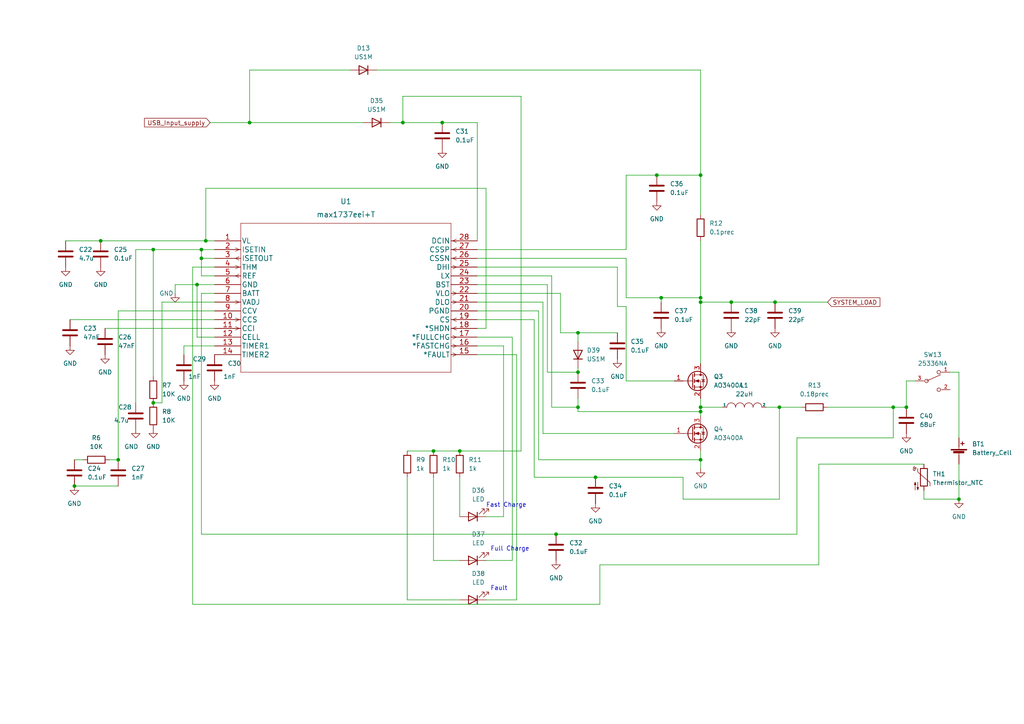
<source format=kicad_sch>
(kicad_sch (version 20211123) (generator eeschema)
  (paper "A4")
  (lib_symbols
    (symbol "Device:Battery_Cell" (pin_numbers hide) (pin_names (offset 0) hide)
      (property "Reference" "BT" (at 2.54 2.54 0))
      (property "Value" "Battery_Cell" (at 2.54 0 0))
      (symbol "Battery_Cell_0_1"
        (rectangle (start -2.286 1.778) (end 2.286 1.524) (fill (type outline)))
        (rectangle (start -1.5748 1.1938) (end 1.4732 0.6858) (fill (type outline)))
        (polyline (pts (xy 0 0.762) (xy 0 0)))
        (polyline (pts (xy 0 1.778) (xy 0 2.54)))
        (polyline (pts (xy 0.508 3.429) (xy 1.524 3.429)) (stroke (width 0.254)))
        (polyline (pts (xy 1.016 3.937) (xy 1.016 2.921)) (stroke (width 0.254)))
      )
      (symbol "Battery_Cell_1_1"
        (pin passive line (at 0 5.08 270) (length 2.54) (name "+") (number "1"))
        (pin passive line (at 0 -2.54 90) (length 2.54) (name "-") (number "2"))
      )
    )
    (symbol "Device:C" (pin_numbers hide) (pin_names (offset 0.254))
      (property "Reference" "C" (at 0.635 2.54 0))
      (property "Value" "C" (at 0.635 -2.54 0))
      (symbol "C_0_1"
        (polyline (pts (xy -2.032 -0.762) (xy 2.032 -0.762)) (stroke (width 0.508)))
        (polyline (pts (xy -2.032 0.762) (xy 2.032 0.762)) (stroke (width 0.508)))
      )
      (symbol "C_1_1"
        (pin passive line (at 0 3.81 270) (length 2.794) (name "~") (number "1"))
        (pin passive line (at 0 -3.81 90) (length 2.794) (name "~") (number "2"))
      )
    )
    (symbol "Device:LED" (pin_numbers hide) (pin_names (offset 1.016) hide)
      (property "Reference" "D" (at 0 2.54 0))
      (property "Value" "LED" (at 0 -2.54 0))
      (symbol "LED_0_1"
        (polyline (pts (xy -1.27 -1.27) (xy -1.27 1.27)) (stroke (width 0.254)))
        (polyline (pts (xy -1.27 0) (xy 1.27 0)))
        (polyline (pts (xy 1.27 -1.27) (xy 1.27 1.27) (xy -1.27 0) (xy 1.27 -1.27)) (stroke (width 0.254)))
        (polyline (pts (xy -3.048 -0.762) (xy -4.572 -2.286) (xy -3.81 -2.286) (xy -4.572 -2.286) (xy -4.572 -1.524)))
        (polyline (pts (xy -1.778 -0.762) (xy -3.302 -2.286) (xy -2.54 -2.286) (xy -3.302 -2.286) (xy -3.302 -1.524)))
      )
      (symbol "LED_1_1"
        (pin passive line (at -3.81 0 0) (length 2.54) (name "K") (number "1"))
        (pin passive line (at 3.81 0 180) (length 2.54) (name "A") (number "2"))
      )
    )
    (symbol "Device:R" (pin_numbers hide) (pin_names (offset 0))
      (property "Reference" "R" (at 2.032 0 90))
      (property "Value" "R" (at 0 0 90))
      (symbol "R_0_1"
        (rectangle (start -1.016 -2.54) (end 1.016 2.54) (stroke (width 0.254)))
      )
      (symbol "R_1_1"
        (pin passive line (at 0 3.81 270) (length 1.27) (name "~") (number "1"))
        (pin passive line (at 0 -3.81 90) (length 1.27) (name "~") (number "2"))
      )
    )
    (symbol "Device:Thermistor_NTC" (pin_numbers hide) (pin_names (offset 0))
      (property "Reference" "TH" (at -4.445 0 90))
      (property "Value" "Thermistor_NTC" (at 3.175 0 90))
      (symbol "Thermistor_NTC_0_1"
        (arc (start -3.048 2.159) (mid -3.0505 2.3165) (end -3.175 2.413))
        (arc (start -3.048 2.159) (mid -2.9736 1.9794) (end -2.794 1.905))
        (arc (start -3.048 2.794) (mid -2.9736 2.6144) (end -2.794 2.54))
        (arc (start -2.794 1.905) (mid -2.6144 1.9794) (end -2.54 2.159))
        (arc (start -2.794 2.54) (mid -2.434 2.5608) (end -2.159 2.794))
        (arc (start -2.794 3.048) (mid -2.9736 2.9736) (end -3.048 2.794))
        (arc (start -2.54 2.794) (mid -2.6144 2.9736) (end -2.794 3.048))
        (rectangle (start -1.016 2.54) (end 1.016 -2.54) (stroke (width 0.254)))
        (polyline (pts (xy -2.54 2.159) (xy -2.54 2.794)))
        (polyline (pts (xy -1.778 2.54) (xy -1.778 1.524) (xy 1.778 -1.524) (xy 1.778 -2.54)))
        (polyline (pts (xy -2.54 -3.683) (xy -2.54 -1.397) (xy -2.794 -2.159) (xy -2.286 -2.159) (xy -2.54 -1.397) (xy -2.54 -1.651)) (fill (type outline)))
        (polyline (pts (xy -1.778 -1.397) (xy -1.778 -3.683) (xy -2.032 -2.921) (xy -1.524 -2.921) (xy -1.778 -3.683) (xy -1.778 -3.429)) (fill (type outline)))
      )
      (symbol "Thermistor_NTC_1_1"
        (pin passive line (at 0 3.81 270) (length 1.27) (name "~") (number "1"))
        (pin passive line (at 0 -3.81 90) (length 1.27) (name "~") (number "2"))
      )
    )
    (symbol "Diode:US1M" (pin_numbers hide) (pin_names (offset 1.016) hide)
      (property "Reference" "D" (at 0 2.54 0))
      (property "Value" "US1M" (at 0 -2.54 0))
      (symbol "US1M_0_1"
        (polyline (pts (xy -1.27 1.27) (xy -1.27 -1.27)) (stroke (width 0.254)))
        (polyline (pts (xy 1.27 0) (xy -1.27 0)))
        (polyline (pts (xy 1.27 1.27) (xy 1.27 -1.27) (xy -1.27 0) (xy 1.27 1.27)) (stroke (width 0.254)))
      )
      (symbol "US1M_1_1"
        (pin passive line (at -3.81 0 0) (length 2.54) (name "K") (number "1"))
        (pin passive line (at 3.81 0 180) (length 2.54) (name "A") (number "2"))
      )
    )
    (symbol "Switch_ApemInc:25336NA" (pin_names (offset 1.016))
      (property "Reference" "SW" (at 0 7.62 0))
      (property "Value" "25336NA" (at 0 10.16 0))
      (symbol "25336NA_1_1"
        (polyline (pts (xy 5.842 0) (xy 9.906 1.778)))
        (circle (center 5.842 0) (radius 0.508))
        (circle (center 9.398 -2.54) (radius 0.508))
        (circle (center 9.398 2.54) (radius 0.508))
        (pin passive line (at 12.7 2.54 180) (length 2.54) (name "1") (number "1"))
        (pin passive line (at 12.7 -2.54 180) (length 2.54) (name "2") (number "2"))
        (pin passive line (at 2.54 0 0) (length 2.54) (name "Common") (number "3"))
      )
    )
    (symbol "Transistor_FET:AO3400A" (pin_names hide)
      (property "Reference" "Q" (at 5.08 1.905 0))
      (property "Value" "AO3400A" (at 5.08 0 0))
      (symbol "AO3400A_0_1"
        (polyline (pts (xy 0.254 0) (xy -2.54 0)))
        (polyline (pts (xy 0.254 1.905) (xy 0.254 -1.905)) (stroke (width 0.254)))
        (polyline (pts (xy 0.762 -1.27) (xy 0.762 -2.286)) (stroke (width 0.254)))
        (polyline (pts (xy 0.762 0.508) (xy 0.762 -0.508)) (stroke (width 0.254)))
        (polyline (pts (xy 0.762 2.286) (xy 0.762 1.27)) (stroke (width 0.254)))
        (polyline (pts (xy 2.54 2.54) (xy 2.54 1.778)))
        (polyline (pts (xy 2.54 -2.54) (xy 2.54 0) (xy 0.762 0)))
        (polyline (pts (xy 0.762 -1.778) (xy 3.302 -1.778) (xy 3.302 1.778) (xy 0.762 1.778)))
        (polyline (pts (xy 1.016 0) (xy 2.032 0.381) (xy 2.032 -0.381) (xy 1.016 0)) (fill (type outline)))
        (polyline (pts (xy 2.794 0.508) (xy 2.921 0.381) (xy 3.683 0.381) (xy 3.81 0.254)))
        (polyline (pts (xy 3.302 0.381) (xy 2.921 -0.254) (xy 3.683 -0.254) (xy 3.302 0.381)))
        (circle (center 1.651 0) (radius 2.794) (stroke (width 0.254)))
        (circle (center 2.54 -1.778) (radius 0.254) (fill (type outline)))
        (circle (center 2.54 1.778) (radius 0.254) (fill (type outline)))
      )
      (symbol "AO3400A_1_1"
        (pin input line (at -5.08 0 0) (length 2.54) (name "G") (number "1"))
        (pin passive line (at 2.54 -5.08 90) (length 2.54) (name "S") (number "2"))
        (pin passive line (at 2.54 5.08 270) (length 2.54) (name "D") (number "3"))
      )
    )
    (symbol "max1737:max1737eei+T" (pin_names (offset 0.254))
      (property "Reference" "U" (at 38.1 10.16 0))
      (property "Value" "max1737eei+T" (at 38.1 7.62 0))
      (symbol "max1737eei+T_1_1"
        (polyline (pts (xy 7.112 -25.4) (xy 6.0452 -25.908)) (stroke (width 0.127)))
        (polyline (pts (xy 7.112 -25.4) (xy 6.0452 -24.892)) (stroke (width 0.127)))
        (polyline (pts (xy 7.112 -22.86) (xy 6.0452 -23.368)) (stroke (width 0.127)))
        (polyline (pts (xy 7.112 -22.86) (xy 6.0452 -22.352)) (stroke (width 0.127)))
        (polyline (pts (xy 7.112 -17.78) (xy 6.0452 -18.288)) (stroke (width 0.127)))
        (polyline (pts (xy 7.112 -17.78) (xy 6.0452 -17.272)) (stroke (width 0.127)))
        (polyline (pts (xy 7.112 -10.668) (xy 6.0452 -10.16)) (stroke (width 0.127)))
        (polyline (pts (xy 7.112 -9.652) (xy 6.0452 -10.16)) (stroke (width 0.127)))
        (polyline (pts (xy 7.112 -7.62) (xy 6.0452 -8.128)) (stroke (width 0.127)))
        (polyline (pts (xy 7.112 -7.62) (xy 6.0452 -7.112)) (stroke (width 0.127)))
        (polyline (pts (xy 7.112 -5.588) (xy 6.0452 -5.08)) (stroke (width 0.127)))
        (polyline (pts (xy 7.112 -4.572) (xy 6.0452 -5.08)) (stroke (width 0.127)))
        (polyline (pts (xy 7.112 -2.54) (xy 6.0452 -3.048)) (stroke (width 0.127)))
        (polyline (pts (xy 7.112 -2.54) (xy 6.0452 -2.032)) (stroke (width 0.127)))
        (polyline (pts (xy 7.62 -38.1) (xy 68.58 -38.1)) (stroke (width 0.127)))
        (polyline (pts (xy 7.62 5.08) (xy 7.62 -38.1)) (stroke (width 0.127)))
        (polyline (pts (xy 68.58 -38.1) (xy 68.58 5.08)) (stroke (width 0.127)))
        (polyline (pts (xy 68.58 5.08) (xy 7.62 5.08)) (stroke (width 0.127)))
        (polyline (pts (xy 69.088 -33.528) (xy 70.1548 -33.02)) (stroke (width 0.127)))
        (polyline (pts (xy 69.088 -32.512) (xy 70.1548 -33.02)) (stroke (width 0.127)))
        (polyline (pts (xy 69.088 -30.988) (xy 70.1548 -30.48)) (stroke (width 0.127)))
        (polyline (pts (xy 69.088 -29.972) (xy 70.1548 -30.48)) (stroke (width 0.127)))
        (polyline (pts (xy 69.088 -28.448) (xy 70.1548 -27.94)) (stroke (width 0.127)))
        (polyline (pts (xy 69.088 -27.432) (xy 70.1548 -27.94)) (stroke (width 0.127)))
        (polyline (pts (xy 69.088 -25.4) (xy 70.1548 -25.908)) (stroke (width 0.127)))
        (polyline (pts (xy 69.088 -25.4) (xy 70.1548 -24.892)) (stroke (width 0.127)))
        (polyline (pts (xy 69.088 -22.86) (xy 70.1548 -23.368)) (stroke (width 0.127)))
        (polyline (pts (xy 69.088 -22.86) (xy 70.1548 -22.352)) (stroke (width 0.127)))
        (polyline (pts (xy 69.088 -18.288) (xy 70.1548 -17.78)) (stroke (width 0.127)))
        (polyline (pts (xy 69.088 -17.272) (xy 70.1548 -17.78)) (stroke (width 0.127)))
        (polyline (pts (xy 69.088 -15.748) (xy 70.1548 -15.24)) (stroke (width 0.127)))
        (polyline (pts (xy 69.088 -14.732) (xy 70.1548 -15.24)) (stroke (width 0.127)))
        (polyline (pts (xy 69.088 -8.128) (xy 70.1548 -7.62)) (stroke (width 0.127)))
        (polyline (pts (xy 69.088 -7.112) (xy 70.1548 -7.62)) (stroke (width 0.127)))
        (polyline (pts (xy 69.088 -5.08) (xy 70.1548 -5.588)) (stroke (width 0.127)))
        (polyline (pts (xy 69.088 -5.08) (xy 70.1548 -4.572)) (stroke (width 0.127)))
        (polyline (pts (xy 69.088 -2.54) (xy 70.1548 -3.048)) (stroke (width 0.127)))
        (polyline (pts (xy 69.088 -2.54) (xy 70.1548 -2.032)) (stroke (width 0.127)))
        (polyline (pts (xy 69.088 0) (xy 70.1548 -0.508)) (stroke (width 0.127)))
        (polyline (pts (xy 69.088 0) (xy 70.1548 0.508)) (stroke (width 0.127)))
        (pin power_in line (at 0 0 0) (length 7.62) (name "VL") (number "1"))
        (pin input line (at 0 -22.86 0) (length 7.62) (name "CCS") (number "10"))
        (pin input line (at 0 -25.4 0) (length 7.62) (name "CCI") (number "11"))
        (pin unspecified line (at 0 -27.94 0) (length 7.62) (name "CELL") (number "12"))
        (pin unspecified line (at 0 -30.48 0) (length 7.62) (name "TIMER1") (number "13"))
        (pin unspecified line (at 0 -33.02 0) (length 7.62) (name "TIMER2") (number "14"))
        (pin output line (at 76.2 -33.02 180) (length 7.62) (name "*FAULT") (number "15"))
        (pin output line (at 76.2 -30.48 180) (length 7.62) (name "*FASTCHG") (number "16"))
        (pin output line (at 76.2 -27.94 180) (length 7.62) (name "*FULLCHG") (number "17"))
        (pin input line (at 76.2 -25.4 180) (length 7.62) (name "*SHDN") (number "18"))
        (pin input line (at 76.2 -22.86 180) (length 7.62) (name "CS") (number "19"))
        (pin input line (at 0 -2.54 0) (length 7.62) (name "ISETIN") (number "2"))
        (pin power_in line (at 76.2 -20.32 180) (length 7.62) (name "PGND") (number "20"))
        (pin output line (at 76.2 -17.78 180) (length 7.62) (name "DLO") (number "21"))
        (pin output line (at 76.2 -15.24 180) (length 7.62) (name "VLO") (number "22"))
        (pin unspecified line (at 76.2 -12.7 180) (length 7.62) (name "BST") (number "23"))
        (pin unspecified line (at 76.2 -10.16 180) (length 7.62) (name "LX") (number "24"))
        (pin output line (at 76.2 -7.62 180) (length 7.62) (name "DHI") (number "25"))
        (pin input line (at 76.2 -5.08 180) (length 7.62) (name "CSSN") (number "26"))
        (pin input line (at 76.2 -2.54 180) (length 7.62) (name "CSSP") (number "27"))
        (pin input line (at 76.2 0 180) (length 7.62) (name "DCIN") (number "28"))
        (pin output line (at 0 -5.08 0) (length 7.62) (name "ISETOUT") (number "3"))
        (pin input line (at 0 -7.62 0) (length 7.62) (name "THM") (number "4"))
        (pin output line (at 0 -10.16 0) (length 7.62) (name "REF") (number "5"))
        (pin power_in line (at 0 -12.7 0) (length 7.62) (name "GND") (number "6"))
        (pin power_in line (at 0 -15.24 0) (length 7.62) (name "BATT") (number "7"))
        (pin input line (at 0 -17.78 0) (length 7.62) (name "VADJ") (number "8"))
        (pin unspecified line (at 0 -20.32 0) (length 7.62) (name "CCV") (number "9"))
      )
    )
    (symbol "power:GND" (power) (pin_names (offset 0))
      (property "Value" "GND" (at 0 -3.81 0))
      (symbol "GND_0_1"
        (polyline (pts (xy 0 0) (xy 0 -1.27) (xy 1.27 -1.27) (xy 0 -2.54) (xy -1.27 -1.27) (xy 0 -1.27)))
      )
      (symbol "GND_1_1"
        (pin power_in line (at 0 0 270) (length 0) hide (name "GND") (number "1"))
      )
    )
    (symbol "pspice:INDUCTOR" (pin_numbers hide) (pin_names (offset 0))
      (property "Reference" "L" (at 0 2.54 0))
      (property "Value" "INDUCTOR" (at 0 -1.27 0))
      (symbol "INDUCTOR_0_1"
        (arc (start -2.54 0) (mid -3.81 1.27) (end -5.08 0))
        (arc (start 0 0) (mid -1.27 1.27) (end -2.54 0))
        (arc (start 2.54 0) (mid 1.27 1.27) (end 0 0))
        (arc (start 5.08 0) (mid 3.81 1.27) (end 2.54 0))
      )
      (symbol "INDUCTOR_1_1"
        (pin input line (at -6.35 0 0) (length 1.27) (name "1") (number "1"))
        (pin input line (at 6.35 0 180) (length 1.27) (name "2") (number "2"))
      )
    )
  )
  (junction (at 21.59 140.97))
  (junction (at 172.72 138.43))
  (junction (at 72.39 35.56))
  (junction (at 259.08 118.11))
  (junction (at 203.2 87.63))
  (junction (at 59.69 69.85))
  (junction (at 226.06 118.11))
  (junction (at 44.45 116.84))
  (junction (at 34.29 133.35))
  (junction (at 212.09 87.63))
  (junction (at 29.21 69.85))
  (junction (at 44.45 72.39))
  (junction (at 203.2 119.38))
  (junction (at 224.79 87.63))
  (junction (at 133.35 130.81))
  (junction (at 116.84 35.56))
  (junction (at 203.2 118.11))
  (junction (at 125.73 130.81))
  (junction (at 161.29 154.94))
  (junction (at 167.64 107.95))
  (junction (at 203.2 133.35))
  (junction (at 128.27 35.56))
  (junction (at 191.77 86.36))
  (junction (at 203.2 50.8))
  (junction (at 203.2 86.36))
  (junction (at 58.42 74.93))
  (junction (at 167.64 96.52))
  (junction (at 278.13 144.78))
  (junction (at 58.42 72.39))
  (junction (at 190.5 50.8))
  (junction (at 167.64 118.11))
  (junction (at 57.15 82.55))
  (junction (at 262.89 118.11))
  (wire (pts (xy 167.64 96.52) (xy 167.64 99.06)))
  (wire (pts (xy 167.64 119.38) (xy 203.2 119.38)))
  (wire (pts (xy 191.77 86.36) (xy 203.2 86.36)))
  (wire (pts (xy 154.94 92.71) (xy 154.94 138.43)))
  (wire (pts (xy 278.13 134.62) (xy 278.13 144.78)))
  (wire (pts (xy 158.75 107.95) (xy 167.64 107.95)))
  (wire (pts (xy 203.2 119.38) (xy 203.2 120.65)))
  (wire (pts (xy 262.89 110.49) (xy 265.43 110.49)))
  (wire (pts (xy 101.6 20.32) (xy 72.39 20.32)))
  (wire (pts (xy 160.02 118.11) (xy 167.64 118.11)))
  (wire (pts (xy 259.08 118.11) (xy 262.89 118.11)))
  (wire (pts (xy 231.14 127) (xy 231.14 154.94)))
  (wire (pts (xy 181.61 110.49) (xy 181.61 88.9)))
  (wire (pts (xy 55.88 175.26) (xy 173.99 175.26)))
  (wire (pts (xy 157.48 125.73) (xy 195.58 125.73)))
  (wire (pts (xy 198.12 138.43) (xy 198.12 144.78)))
  (wire (pts (xy 46.99 87.63) (xy 46.99 116.84)))
  (wire (pts (xy 160.02 80.01) (xy 160.02 118.11)))
  (wire (pts (xy 109.22 20.32) (xy 203.2 20.32)))
  (wire (pts (xy 140.97 162.56) (xy 148.59 162.56)))
  (wire (pts (xy 181.61 86.36) (xy 191.77 86.36)))
  (wire (pts (xy 203.2 118.11) (xy 203.2 119.38)))
  (wire (pts (xy 151.13 130.81) (xy 133.35 130.81)))
  (wire (pts (xy 162.56 96.52) (xy 167.64 96.52)))
  (wire (pts (xy 179.07 88.9) (xy 179.07 77.47)))
  (wire (pts (xy 149.86 173.99) (xy 149.86 102.87)))
  (wire (pts (xy 167.64 119.38) (xy 167.64 118.11)))
  (wire (pts (xy 57.15 82.55) (xy 50.8 82.55)))
  (wire (pts (xy 62.23 82.55) (xy 57.15 82.55)))
  (wire (pts (xy 190.5 50.8) (xy 203.2 50.8)))
  (wire (pts (xy 116.84 35.56) (xy 128.27 35.56)))
  (wire (pts (xy 158.75 82.55) (xy 158.75 107.95)))
  (wire (pts (xy 226.06 118.11) (xy 232.41 118.11)))
  (wire (pts (xy 46.99 87.63) (xy 62.23 87.63)))
  (wire (pts (xy 59.69 54.61) (xy 59.69 69.85)))
  (wire (pts (xy 34.29 90.17) (xy 34.29 133.35)))
  (wire (pts (xy 58.42 72.39) (xy 62.23 72.39)))
  (wire (pts (xy 125.73 162.56) (xy 133.35 162.56)))
  (wire (pts (xy 62.23 97.79) (xy 57.15 97.79)))
  (wire (pts (xy 148.59 97.79) (xy 138.43 97.79)))
  (wire (pts (xy 116.84 27.94) (xy 151.13 27.94)))
  (wire (pts (xy 267.97 144.78) (xy 267.97 142.24)))
  (wire (pts (xy 30.48 95.25) (xy 62.23 95.25)))
  (wire (pts (xy 167.64 107.95) (xy 167.64 106.68)))
  (wire (pts (xy 209.55 118.11) (xy 203.2 118.11)))
  (wire (pts (xy 203.2 133.35) (xy 203.2 135.89)))
  (wire (pts (xy 140.97 149.86) (xy 146.05 149.86)))
  (wire (pts (xy 59.69 69.85) (xy 62.23 69.85)))
  (wire (pts (xy 39.37 72.39) (xy 44.45 72.39)))
  (wire (pts (xy 19.05 69.85) (xy 29.21 69.85)))
  (wire (pts (xy 161.29 154.94) (xy 231.14 154.94)))
  (wire (pts (xy 138.43 82.55) (xy 158.75 82.55)))
  (wire (pts (xy 275.59 107.95) (xy 278.13 107.95)))
  (wire (pts (xy 116.84 35.56) (xy 116.84 27.94)))
  (wire (pts (xy 172.72 138.43) (xy 198.12 138.43)))
  (wire (pts (xy 156.21 90.17) (xy 156.21 133.35)))
  (wire (pts (xy 138.43 74.93) (xy 181.61 74.93)))
  (wire (pts (xy 34.29 90.17) (xy 62.23 90.17)))
  (wire (pts (xy 21.59 133.35) (xy 24.13 133.35)))
  (wire (pts (xy 62.23 85.09) (xy 58.42 85.09)))
  (wire (pts (xy 212.09 87.63) (xy 224.79 87.63)))
  (wire (pts (xy 57.15 97.79) (xy 57.15 82.55)))
  (wire (pts (xy 267.97 134.62) (xy 237.49 134.62)))
  (wire (pts (xy 118.11 138.43) (xy 118.11 173.99)))
  (wire (pts (xy 240.03 118.11) (xy 259.08 118.11)))
  (wire (pts (xy 138.43 90.17) (xy 156.21 90.17)))
  (wire (pts (xy 58.42 80.01) (xy 58.42 74.93)))
  (wire (pts (xy 181.61 88.9) (xy 179.07 88.9)))
  (wire (pts (xy 125.73 138.43) (xy 125.73 162.56)))
  (wire (pts (xy 50.8 82.55) (xy 50.8 85.09)))
  (wire (pts (xy 62.23 74.93) (xy 58.42 74.93)))
  (wire (pts (xy 162.56 85.09) (xy 162.56 96.52)))
  (wire (pts (xy 133.35 138.43) (xy 133.35 149.86)))
  (wire (pts (xy 179.07 77.47) (xy 138.43 77.47)))
  (wire (pts (xy 181.61 110.49) (xy 195.58 110.49)))
  (wire (pts (xy 44.45 72.39) (xy 58.42 72.39)))
  (wire (pts (xy 140.97 54.61) (xy 140.97 95.25)))
  (wire (pts (xy 125.73 130.81) (xy 133.35 130.81)))
  (wire (pts (xy 72.39 20.32) (xy 72.39 35.56)))
  (wire (pts (xy 39.37 116.84) (xy 39.37 72.39)))
  (wire (pts (xy 203.2 86.36) (xy 203.2 87.63)))
  (wire (pts (xy 179.07 96.52) (xy 167.64 96.52)))
  (wire (pts (xy 278.13 144.78) (xy 267.97 144.78)))
  (wire (pts (xy 181.61 50.8) (xy 181.61 72.39)))
  (wire (pts (xy 138.43 80.01) (xy 160.02 80.01)))
  (wire (pts (xy 146.05 149.86) (xy 146.05 100.33)))
  (wire (pts (xy 58.42 154.94) (xy 161.29 154.94)))
  (wire (pts (xy 237.49 163.83) (xy 173.99 163.83)))
  (wire (pts (xy 58.42 85.09) (xy 58.42 154.94)))
  (wire (pts (xy 138.43 87.63) (xy 157.48 87.63)))
  (wire (pts (xy 167.64 115.57) (xy 167.64 118.11)))
  (wire (pts (xy 203.2 20.32) (xy 203.2 50.8)))
  (wire (pts (xy 72.39 35.56) (xy 105.41 35.56)))
  (wire (pts (xy 21.59 140.97) (xy 34.29 140.97)))
  (wire (pts (xy 156.21 133.35) (xy 203.2 133.35)))
  (wire (pts (xy 226.06 144.78) (xy 226.06 118.11)))
  (wire (pts (xy 149.86 102.87) (xy 138.43 102.87)))
  (wire (pts (xy 222.25 118.11) (xy 226.06 118.11)))
  (wire (pts (xy 140.97 173.99) (xy 149.86 173.99)))
  (wire (pts (xy 44.45 72.39) (xy 44.45 109.22)))
  (wire (pts (xy 113.03 35.56) (xy 116.84 35.56)))
  (wire (pts (xy 231.14 127) (xy 259.08 127)))
  (wire (pts (xy 154.94 138.43) (xy 172.72 138.43)))
  (wire (pts (xy 118.11 130.81) (xy 125.73 130.81)))
  (wire (pts (xy 237.49 134.62) (xy 237.49 163.83)))
  (wire (pts (xy 62.23 100.33) (xy 53.34 100.33)))
  (wire (pts (xy 203.2 69.85) (xy 203.2 86.36)))
  (wire (pts (xy 55.88 77.47) (xy 62.23 77.47)))
  (wire (pts (xy 62.23 80.01) (xy 58.42 80.01)))
  (wire (pts (xy 157.48 87.63) (xy 157.48 125.73)))
  (wire (pts (xy 140.97 95.25) (xy 138.43 95.25)))
  (wire (pts (xy 262.89 118.11) (xy 262.89 110.49)))
  (wire (pts (xy 191.77 86.36) (xy 191.77 87.63)))
  (wire (pts (xy 138.43 72.39) (xy 181.61 72.39)))
  (wire (pts (xy 31.75 133.35) (xy 34.29 133.35)))
  (wire (pts (xy 181.61 74.93) (xy 181.61 86.36)))
  (wire (pts (xy 53.34 100.33) (xy 53.34 102.87)))
  (wire (pts (xy 203.2 87.63) (xy 203.2 105.41)))
  (wire (pts (xy 151.13 27.94) (xy 151.13 130.81)))
  (wire (pts (xy 138.43 85.09) (xy 162.56 85.09)))
  (wire (pts (xy 224.79 87.63) (xy 240.03 87.63)))
  (wire (pts (xy 198.12 144.78) (xy 226.06 144.78)))
  (wire (pts (xy 203.2 87.63) (xy 212.09 87.63)))
  (wire (pts (xy 128.27 35.56) (xy 138.43 35.56)))
  (wire (pts (xy 259.08 127) (xy 259.08 118.11)))
  (wire (pts (xy 29.21 69.85) (xy 59.69 69.85)))
  (wire (pts (xy 138.43 92.71) (xy 154.94 92.71)))
  (wire (pts (xy 59.69 54.61) (xy 140.97 54.61)))
  (wire (pts (xy 148.59 162.56) (xy 148.59 97.79)))
  (wire (pts (xy 20.32 92.71) (xy 62.23 92.71)))
  (wire (pts (xy 138.43 69.85) (xy 138.43 35.56)))
  (wire (pts (xy 55.88 175.26) (xy 55.88 77.47)))
  (wire (pts (xy 60.96 35.56) (xy 72.39 35.56)))
  (wire (pts (xy 46.99 116.84) (xy 44.45 116.84)))
  (wire (pts (xy 146.05 100.33) (xy 138.43 100.33)))
  (wire (pts (xy 203.2 50.8) (xy 203.2 62.23)))
  (wire (pts (xy 58.42 74.93) (xy 58.42 72.39)))
  (wire (pts (xy 173.99 163.83) (xy 173.99 175.26)))
  (wire (pts (xy 203.2 115.57) (xy 203.2 118.11)))
  (wire (pts (xy 181.61 50.8) (xy 190.5 50.8)))
  (wire (pts (xy 118.11 173.99) (xy 133.35 173.99)))
  (wire (pts (xy 203.2 133.35) (xy 203.2 130.81)))
  (wire (pts (xy 278.13 107.95) (xy 278.13 127)))
  (text "Full Charge" (at 142.24 160.02 0) (effects (font (size 1.27 1.27)) (justify left bottom)))
  (text "Fast Charge" (at 140.97 147.32 0) (effects (font (size 1.27 1.27)) (justify left bottom)))
  (text "Fault" (at 142.24 171.45 0) (effects (font (size 1.27 1.27)) (justify left bottom)))
  (global_label "SYSTEM_LOAD" (shape input) (at 240.03 87.63 0) (property "Intersheet References" "${INTERSHEET_REFS}" (effects hide)))
  (global_label "USB_Input_supply" (shape input) (at 60.96 35.56 180) (property "Intersheet References" "${INTERSHEET_REFS}" (effects hide)))
  (symbol (lib_id "Device:R") (at 203.2 66.04 0) (unit 1)
    (property "Reference" "R12" (at 205.74 64.7699 0) (effects (justify left)))
    (property "Value" "0.1prec" (at 205.74 67.3099 0) (effects (justify left)))
    (property "Footprint" "Resistor_SMD:R_2512_6332Metric_Pad1.40x3.35mm_HandSolder" (effects hide))
  )
  (symbol (lib_id "Device:C") (at 172.72 142.24 0) (unit 1)
    (property "Reference" "C34" (at 176.53 140.9699 0) (effects (justify left)))
    (property "Value" "0.1uF" (at 176.53 143.5099 0) (effects (justify left)))
    (property "Footprint" "Capacitor_SMD:C_0805_2012Metric_Pad1.18x1.45mm_HandSolder" (effects hide))
  )
  (symbol (lib_id "power:GND") (at 224.79 95.25 0) (unit 1)
    (property "Reference" "#PWR0177" (effects hide))
    (property "Value" "GND" (at 224.79 100.33 0))
  )
  (symbol (lib_id "power:GND") (at 62.23 110.49 0) (unit 1)
    (property "Reference" "#PWR0175" (effects hide))
    (property "Value" "GND" (at 62.23 115.57 0))
  )
  (symbol (lib_id "Diode:US1M") (at 105.41 20.32 180) (unit 1)
    (property "Reference" "D13" (at 105.41 13.97 0))
    (property "Value" "US1M" (at 105.41 16.51 0))
    (property "Footprint" "Diode_SMD:D_SMA" (effects hide))
    (property "Datasheet" "https://www.diodes.com/assets/Datasheets/ds16008.pdf" (effects hide))
  )
  (symbol (lib_id "power:GND") (at 44.45 124.46 0) (unit 1)
    (property "Reference" "#PWR0164" (effects hide))
    (property "Value" "GND" (at 44.45 129.54 0))
  )
  (symbol (lib_id "Device:R") (at 125.73 134.62 0) (unit 1)
    (property "Reference" "R10" (at 128.27 133.3499 0) (effects (justify left)))
    (property "Value" "1k" (at 128.27 135.8899 0) (effects (justify left)))
    (property "Footprint" "Resistor_SMD:R_0805_2012Metric_Pad1.20x1.40mm_HandSolder" (effects hide))
  )
  (symbol (lib_id "Transistor_FET:AO3400A") (at 200.66 110.49 0) (unit 1)
    (property "Reference" "Q3" (at 207.01 109.2199 0) (effects (justify left)))
    (property "Value" "AO3400A" (at 207.01 111.7599 0) (effects (justify left)))
    (property "Footprint" "Package_TO_SOT_SMD:SOT-23" (effects hide))
    (property "Datasheet" "http://www.aosmd.com/pdfs/datasheet/AO3400A.pdf" (effects hide))
  )
  (symbol (lib_id "power:GND") (at 161.29 162.56 0) (unit 1)
    (property "Reference" "#PWR0174" (effects hide))
    (property "Value" "GND" (at 161.29 167.64 0))
  )
  (symbol (lib_id "Device:C") (at 190.5 54.61 0) (unit 1)
    (property "Reference" "C36" (at 194.31 53.3399 0) (effects (justify left)))
    (property "Value" "0.1uF" (at 194.31 55.8799 0) (effects (justify left)))
    (property "Footprint" "Capacitor_SMD:C_0805_2012Metric_Pad1.18x1.45mm_HandSolder" (effects hide))
  )
  (symbol (lib_id "Device:LED") (at 137.16 162.56 180) (unit 1)
    (property "Reference" "D37" (at 138.7475 154.94 0))
    (property "Value" "LED" (at 138.7475 157.48 0))
    (property "Footprint" "LED_SMD:LED_0603_1608Metric_Pad1.05x0.95mm_HandSolder" (effects hide))
  )
  (symbol (lib_id "pspice:INDUCTOR") (at 215.9 118.11 0) (unit 1)
    (property "Reference" "L1" (at 215.9 111.76 0))
    (property "Value" "22uH" (at 215.9 114.3 0))
    (property "Footprint" "inductors:inductors" (effects hide))
  )
  (symbol (lib_id "power:GND") (at 190.5 58.42 0) (unit 1)
    (property "Reference" "#PWR0172" (effects hide))
    (property "Value" "GND" (at 190.5 63.5 0))
  )
  (symbol (lib_id "Device:LED") (at 137.16 149.86 180) (unit 1)
    (property "Reference" "D36" (at 138.7475 142.24 0))
    (property "Value" "LED" (at 138.7475 144.78 0))
    (property "Footprint" "LED_SMD:LED_0603_1608Metric_Pad1.05x0.95mm_HandSolder" (effects hide))
  )
  (symbol (lib_id "power:GND") (at 262.89 125.73 0) (unit 1)
    (property "Reference" "#PWR0182" (effects hide))
    (property "Value" "GND" (at 262.89 130.81 0))
  )
  (symbol (lib_id "power:GND") (at 29.21 77.47 0) (unit 1)
    (property "Reference" "#PWR0166" (effects hide))
    (property "Value" "GND" (at 29.21 82.55 0))
  )
  (symbol (lib_id "Device:R") (at 236.22 118.11 90) (unit 1)
    (property "Reference" "R13" (at 236.22 111.76 90))
    (property "Value" "0.18prec" (at 236.22 114.3 90))
    (property "Footprint" "Resistor_THT:R_Axial_DIN0309_L9.0mm_D3.2mm_P25.40mm_Horizontal" (effects hide))
  )
  (symbol (lib_id "Device:C") (at 29.21 73.66 0) (unit 1)
    (property "Reference" "C25" (at 33.02 72.3899 0) (effects (justify left)))
    (property "Value" "0.1uF" (at 33.02 74.9299 0) (effects (justify left)))
    (property "Footprint" "Capacitor_SMD:C_0805_2012Metric_Pad1.18x1.45mm_HandSolder" (effects hide))
  )
  (symbol (lib_id "power:GND") (at 53.34 110.49 0) (unit 1)
    (property "Reference" "#PWR0171" (effects hide))
    (property "Value" "GND" (at 53.34 115.57 0))
  )
  (symbol (lib_id "power:GND") (at 20.32 100.33 0) (unit 1)
    (property "Reference" "#PWR0169" (effects hide))
    (property "Value" "GND" (at 20.32 105.41 0))
  )
  (symbol (lib_id "Device:R") (at 44.45 120.65 0) (unit 1)
    (property "Reference" "R8" (at 46.99 119.3799 0) (effects (justify left)))
    (property "Value" "10K" (at 46.99 121.9199 0) (effects (justify left)))
    (property "Footprint" "Resistor_SMD:R_0805_2012Metric_Pad1.20x1.40mm_HandSolder" (effects hide))
  )
  (symbol (lib_id "power:GND") (at 19.05 77.47 0) (unit 1)
    (property "Reference" "#PWR0165" (effects hide))
    (property "Value" "GND" (at 19.05 82.55 0))
  )
  (symbol (lib_id "Diode:US1M") (at 167.64 102.87 90) (unit 1)
    (property "Reference" "D39" (at 170.18 101.5999 90) (effects (justify right)))
    (property "Value" "US1M" (at 170.18 104.1399 90) (effects (justify right)))
    (property "Footprint" "Diode_SMD:D_SMA" (effects hide))
    (property "Datasheet" "https://www.diodes.com/assets/Datasheets/ds16008.pdf" (effects hide))
  )
  (symbol (lib_id "Device:C") (at 20.32 96.52 0) (unit 1)
    (property "Reference" "C23" (at 24.13 95.2499 0) (effects (justify left)))
    (property "Value" "47nF" (at 24.13 97.7899 0) (effects (justify left)))
    (property "Footprint" "Capacitor_SMD:C_0805_2012Metric_Pad1.18x1.45mm_HandSolder" (effects hide))
  )
  (symbol (lib_id "power:GND") (at 203.2 135.89 0) (unit 1)
    (property "Reference" "#PWR0181" (effects hide))
    (property "Value" "GND" (at 203.2 140.97 0))
  )
  (symbol (lib_id "Device:C") (at 179.07 100.33 0) (unit 1)
    (property "Reference" "C35" (at 182.88 99.0599 0) (effects (justify left)))
    (property "Value" "0.1uF" (at 182.88 101.5999 0) (effects (justify left)))
    (property "Footprint" "Capacitor_SMD:C_0805_2012Metric_Pad1.18x1.45mm_HandSolder" (effects hide))
  )
  (symbol (lib_id "Device:C") (at 53.34 106.68 0) (unit 1)
    (property "Reference" "C29" (at 55.88 104.14 0) (effects (justify left)))
    (property "Value" "1nF" (at 54.61 109.22 0) (effects (justify left)))
    (property "Footprint" "Capacitor_SMD:C_0805_2012Metric_Pad1.18x1.45mm_HandSolder" (effects hide))
  )
  (symbol (lib_id "Device:R") (at 133.35 134.62 0) (unit 1)
    (property "Reference" "R11" (at 135.89 133.3499 0) (effects (justify left)))
    (property "Value" "1k" (at 135.89 135.8899 0) (effects (justify left)))
    (property "Footprint" "Resistor_SMD:R_0805_2012Metric_Pad1.20x1.40mm_HandSolder" (effects hide))
  )
  (symbol (lib_id "Device:C") (at 128.27 39.37 0) (unit 1)
    (property "Reference" "C31" (at 132.08 38.0999 0) (effects (justify left)))
    (property "Value" "0.1uF" (at 132.08 40.6399 0) (effects (justify left)))
    (property "Footprint" "Capacitor_SMD:C_0805_2012Metric_Pad1.18x1.45mm_HandSolder" (effects hide))
  )
  (symbol (lib_id "Device:C") (at 161.29 158.75 0) (unit 1)
    (property "Reference" "C32" (at 165.1 157.4799 0) (effects (justify left)))
    (property "Value" "0.1uF" (at 165.1 160.0199 0) (effects (justify left)))
    (property "Footprint" "Capacitor_SMD:C_0805_2012Metric_Pad1.18x1.45mm_HandSolder" (effects hide))
  )
  (symbol (lib_id "power:GND") (at 172.72 146.05 0) (unit 1)
    (property "Reference" "#PWR0180" (effects hide))
    (property "Value" "GND" (at 172.72 151.13 0))
  )
  (symbol (lib_id "Device:C") (at 167.64 111.76 0) (unit 1)
    (property "Reference" "C33" (at 171.45 110.4899 0) (effects (justify left)))
    (property "Value" "0.1uF" (at 171.45 113.0299 0) (effects (justify left)))
    (property "Footprint" "Capacitor_SMD:C_0805_2012Metric_Pad1.18x1.45mm_HandSolder" (effects hide))
  )
  (symbol (lib_id "Switch_ApemInc:25336NA") (at 262.89 110.49 0) (unit 1)
    (property "Reference" "SW13" (at 270.51 102.87 0))
    (property "Value" "25336NA" (at 270.51 105.41 0))
    (property "Footprint" "Switch_ApemInc:Apem_Inc.-25336NA-MFG" (effects hide))
    (property "Datasheet" "https://www.apem.com/int/index.php?controller=attachment&id_attachment=858" (effects hide))
    (property "automotive" "No" (effects hide))
    (property "category" "Switch" (effects hide))
    (property "contact current rating" "1A" (effects hide))
    (property "contact resistance" "10mΩ" (effects hide))
    (property "device class L1" "Electromechanical" (effects hide))
    (property "device class L2" "Switches" (effects hide))
    (property "device class L3" "Slide Switches" (effects hide))
    (property "digikey description" "SWITCH SLIDE SPDT 4A 125V" (effects hide))
    (property "digikey part number" "679-1893-ND" (effects hide))
    (property "electromechanical life" "10000Cycles" (effects hide))
    (property "height" "8.1mm" (effects hide))
    (property "lead free" "Yes" (effects hide))
    (property "library id" "a166565a7e558541" (effects hide))
    (property "manufacturer" "Apem Inc." (effects hide))
    (property "mount" "Through Hole" (effects hide))
    (property "mouser description" "Slide Switches ON - ON SIDE ADJ.\r\\n" (effects hide))
    (property "mouser part number" "642-25336NA" (effects hide))
    (property "package" "SW_9MM8_14MM1" (effects hide))
    (property "rohs" "Yes" (effects hide))
    (property "temperature range high" "+85°C" (effects hide))
    (property "temperature range low" "-40°C" (effects hide))
    (property "voltage rating DC" "30V" (effects hide))
  )
  (symbol (lib_id "power:GND") (at 21.59 140.97 0) (unit 1)
    (property "Reference" "#PWR0170" (effects hide))
    (property "Value" "GND" (at 21.59 146.05 0))
  )
  (symbol (lib_id "power:GND") (at 50.8 85.09 0) (unit 1)
    (property "Reference" "#PWR0167" (effects hide))
    (property "Value" "GND" (at 48.26 85.09 0))
  )
  (symbol (lib_id "Device:R") (at 27.94 133.35 270) (unit 1)
    (property "Reference" "R6" (at 27.94 127 90))
    (property "Value" "10K" (at 27.94 129.54 90))
    (property "Footprint" "Resistor_SMD:R_0805_2012Metric_Pad1.20x1.40mm_HandSolder" (effects hide))
  )
  (symbol (lib_id "power:GND") (at 278.13 144.78 0) (unit 1)
    (property "Reference" "#PWR0183" (effects hide))
    (property "Value" "GND" (at 278.13 149.86 0))
  )
  (symbol (lib_id "power:GND") (at 30.48 102.87 0) (unit 1)
    (property "Reference" "#PWR0168" (effects hide))
    (property "Value" "GND" (at 30.48 107.95 0))
  )
  (symbol (lib_id "Device:R") (at 44.45 113.03 0) (unit 1)
    (property "Reference" "R7" (at 46.99 111.7599 0) (effects (justify left)))
    (property "Value" "10K" (at 46.99 114.2999 0) (effects (justify left)))
    (property "Footprint" "Resistor_SMD:R_0805_2012Metric_Pad1.20x1.40mm_HandSolder" (effects hide))
  )
  (symbol (lib_id "Device:C") (at 191.77 91.44 0) (unit 1)
    (property "Reference" "C37" (at 195.58 90.1699 0) (effects (justify left)))
    (property "Value" "0.1uF" (at 195.58 92.7099 0) (effects (justify left)))
    (property "Footprint" "Capacitor_SMD:C_0805_2012Metric_Pad1.18x1.45mm_HandSolder" (effects hide))
  )
  (symbol (lib_id "power:GND") (at 191.77 95.25 0) (unit 1)
    (property "Reference" "#PWR0179" (effects hide))
    (property "Value" "GND" (at 191.77 100.33 0))
  )
  (symbol (lib_id "Device:Thermistor_NTC") (at 267.97 138.43 0) (unit 1)
    (property "Reference" "TH1" (at 270.51 137.4774 0) (effects (justify left)))
    (property "Value" "Thermistor_NTC" (at 270.51 140.0174 0) (effects (justify left)))
    (property "Footprint" "Capacitor_THT:C_Disc_D5.0mm_W2.5mm_P5.00mm" (effects hide))
  )
  (symbol (lib_id "Device:C") (at 34.29 137.16 0) (unit 1)
    (property "Reference" "C27" (at 38.1 135.8899 0) (effects (justify left)))
    (property "Value" "1nF" (at 38.1 138.4299 0) (effects (justify left)))
    (property "Footprint" "Capacitor_SMD:C_0805_2012Metric_Pad1.18x1.45mm_HandSolder" (effects hide))
  )
  (symbol (lib_id "Device:C") (at 224.79 91.44 0) (unit 1)
    (property "Reference" "C39" (at 228.6 90.1699 0) (effects (justify left)))
    (property "Value" "22pF" (at 228.6 92.7099 0) (effects (justify left)))
    (property "Footprint" "Capacitor_SMD:C_0805_2012Metric_Pad1.18x1.45mm_HandSolder" (effects hide))
  )
  (symbol (lib_id "power:GND") (at 212.09 95.25 0) (unit 1)
    (property "Reference" "#PWR0176" (effects hide))
    (property "Value" "GND" (at 212.09 100.33 0))
  )
  (symbol (lib_id "Device:C") (at 39.37 120.65 0) (unit 1)
    (property "Reference" "C28" (at 34.29 118.11 0) (effects (justify left)))
    (property "Value" "4.7u" (at 33.02 121.92 0) (effects (justify left)))
    (property "Footprint" "Capacitor_SMD:C_0805_2012Metric_Pad1.18x1.45mm_HandSolder" (effects hide))
  )
  (symbol (lib_id "Device:C") (at 62.23 106.68 0) (unit 1)
    (property "Reference" "C30" (at 66.04 105.41 0) (effects (justify left)))
    (property "Value" "1nF" (at 64.77 109.22 0) (effects (justify left)))
    (property "Footprint" "Capacitor_SMD:C_0805_2012Metric_Pad1.18x1.45mm_HandSolder" (effects hide))
  )
  (symbol (lib_id "Device:Battery_Cell") (at 278.13 132.08 0) (unit 1)
    (property "Reference" "BT1" (at 281.94 128.7779 0) (effects (justify left)))
    (property "Value" "Battery_Cell" (at 281.94 131.3179 0) (effects (justify left)))
    (property "Footprint" "Connector_PinSocket_2.54mm:PinSocket_1x02_P2.54mm_Vertical" (effects hide))
  )
  (symbol (lib_id "Device:C") (at 30.48 99.06 0) (unit 1)
    (property "Reference" "C26" (at 34.29 97.7899 0) (effects (justify left)))
    (property "Value" "47nF" (at 34.29 100.3299 0) (effects (justify left)))
    (property "Footprint" "Capacitor_SMD:C_0805_2012Metric_Pad1.18x1.45mm_HandSolder" (effects hide))
  )
  (symbol (lib_id "Diode:US1M") (at 109.22 35.56 180) (unit 1)
    (property "Reference" "D35" (at 109.22 29.21 0))
    (property "Value" "US1M" (at 109.22 31.75 0))
    (property "Footprint" "Diode_SMD:D_SMA" (effects hide))
    (property "Datasheet" "https://www.diodes.com/assets/Datasheets/ds16008.pdf" (effects hide))
  )
  (symbol (lib_id "power:GND") (at 128.27 43.18 0) (unit 1)
    (property "Reference" "#PWR0173" (effects hide))
    (property "Value" "GND" (at 128.27 48.26 0))
  )
  (symbol (lib_id "Device:C") (at 19.05 73.66 0) (unit 1)
    (property "Reference" "C22" (at 22.86 72.3899 0) (effects (justify left)))
    (property "Value" "4.7u" (at 22.86 74.9299 0) (effects (justify left)))
    (property "Footprint" "Capacitor_SMD:C_0805_2012Metric_Pad1.18x1.45mm_HandSolder" (effects hide))
  )
  (symbol (lib_id "Device:C") (at 212.09 91.44 0) (unit 1)
    (property "Reference" "C38" (at 215.9 90.1699 0) (effects (justify left)))
    (property "Value" "22pF" (at 215.9 92.7099 0) (effects (justify left)))
    (property "Footprint" "Capacitor_SMD:C_0805_2012Metric_Pad1.18x1.45mm_HandSolder" (effects hide))
  )
  (symbol (lib_id "Device:LED") (at 137.16 173.99 180) (unit 1)
    (property "Reference" "D38" (at 138.7475 166.37 0))
    (property "Value" "LED" (at 138.7475 168.91 0))
    (property "Footprint" "LED_SMD:LED_0603_1608Metric_Pad1.05x0.95mm_HandSolder" (effects hide))
  )
  (symbol (lib_id "max1737:max1737eei+T") (at 62.23 69.85 0) (unit 1)
    (property "Reference" "U1" (at 100.33 58.42 0) (effects (font (size 1.524 1.524))))
    (property "Value" "max1737eei+T" (at 100.33 62.23 0) (effects (font (size 1.524 1.524))))
    (property "Footprint" "max1737:max1737eei&plus_T" (effects hide))
  )
  (symbol (lib_id "Transistor_FET:AO3400A") (at 200.66 125.73 0) (unit 1)
    (property "Reference" "Q4" (at 207.01 124.4599 0) (effects (justify left)))
    (property "Value" "AO3400A" (at 207.01 126.9999 0) (effects (justify left)))
    (property "Footprint" "Package_TO_SOT_SMD:SOT-23" (effects hide))
    (property "Datasheet" "http://www.aosmd.com/pdfs/datasheet/AO3400A.pdf" (effects hide))
  )
  (symbol (lib_id "power:GND") (at 179.07 104.14 0) (unit 1)
    (property "Reference" "#PWR0178" (effects hide))
    (property "Value" "GND" (at 179.07 109.22 0))
  )
  (symbol (lib_id "Device:R") (at 118.11 134.62 0) (unit 1)
    (property "Reference" "R9" (at 120.65 133.3499 0) (effects (justify left)))
    (property "Value" "1k" (at 120.65 135.8899 0) (effects (justify left)))
    (property "Footprint" "Resistor_SMD:R_0805_2012Metric_Pad1.20x1.40mm_HandSolder" (effects hide))
  )
  (symbol (lib_id "Device:C") (at 21.59 137.16 0) (unit 1)
    (property "Reference" "C24" (at 25.4 135.8899 0) (effects (justify left)))
    (property "Value" "0.1uF" (at 25.4 138.4299 0) (effects (justify left)))
    (property "Footprint" "Capacitor_SMD:C_0805_2012Metric_Pad1.18x1.45mm_HandSolder" (effects hide))
  )
  (symbol (lib_id "Device:C") (at 262.89 121.92 0) (unit 1)
    (property "Reference" "C40" (at 266.7 120.6499 0) (effects (justify left)))
    (property "Value" "68uF" (at 266.7 123.1899 0) (effects (justify left)))
    (property "Footprint" "Capacitor_THT:CP_Radial_D6.3mm_P2.50mm" (effects hide))
  )
  (symbol (lib_id "power:GND") (at 39.37 124.46 0) (unit 1)
    (property "Reference" "#PWR0163" (effects hide))
    (property "Value" "GND" (at 38.1 129.54 0))
  )
)
</source>
